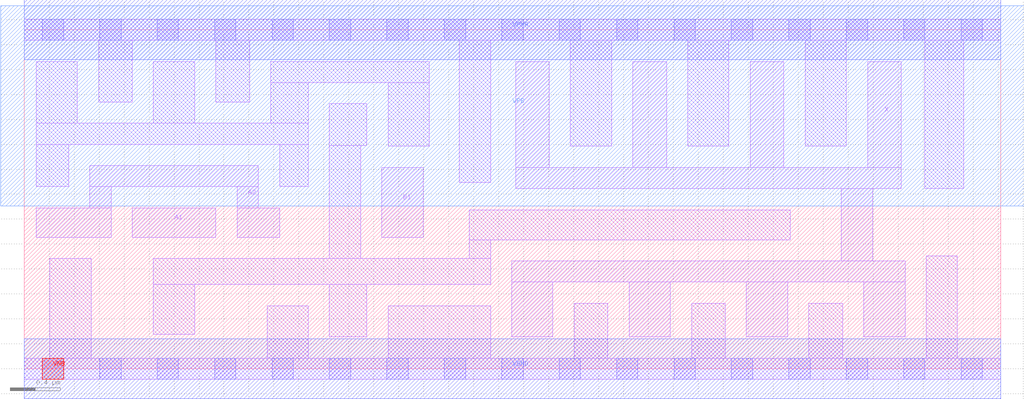
<source format=lef>
# Copyright 2020 The SkyWater PDK Authors
#
# Licensed under the Apache License, Version 2.0 (the "License");
# you may not use this file except in compliance with the License.
# You may obtain a copy of the License at
#
#     https://www.apache.org/licenses/LICENSE-2.0
#
# Unless required by applicable law or agreed to in writing, software
# distributed under the License is distributed on an "AS IS" BASIS,
# WITHOUT WARRANTIES OR CONDITIONS OF ANY KIND, either express or implied.
# See the License for the specific language governing permissions and
# limitations under the License.
#
# SPDX-License-Identifier: Apache-2.0

VERSION 5.7 ;
  NOWIREEXTENSIONATPIN ON ;
  DIVIDERCHAR "/" ;
  BUSBITCHARS "[]" ;
PROPERTYDEFINITIONS
  MACRO maskLayoutSubType STRING ;
  MACRO prCellType STRING ;
  MACRO originalViewName STRING ;
END PROPERTYDEFINITIONS
MACRO sky130_fd_sc_hdll__a21o_8
  CLASS CORE ;
  FOREIGN sky130_fd_sc_hdll__a21o_8 ;
  ORIGIN  0.000000  0.000000 ;
  SIZE  7.820000 BY  2.720000 ;
  SYMMETRY X Y R90 ;
  SITE unithd ;
  PIN A1
    ANTENNAGATEAREA  0.555000 ;
    DIRECTION INPUT ;
    USE SIGNAL ;
    PORT
      LAYER li1 ;
        RECT 0.865000 1.055000 1.535000 1.290000 ;
    END
  END A1
  PIN A2
    ANTENNAGATEAREA  0.555000 ;
    DIRECTION INPUT ;
    USE SIGNAL ;
    PORT
      LAYER li1 ;
        RECT 0.095000 1.055000 0.695000 1.290000 ;
        RECT 0.525000 1.290000 0.695000 1.460000 ;
        RECT 0.525000 1.460000 1.875000 1.630000 ;
        RECT 1.705000 1.055000 2.045000 1.290000 ;
        RECT 1.705000 1.290000 1.875000 1.460000 ;
    END
  END A2
  PIN B1
    ANTENNAGATEAREA  0.555000 ;
    DIRECTION INPUT ;
    USE SIGNAL ;
    PORT
      LAYER li1 ;
        RECT 2.865000 1.055000 3.195000 1.615000 ;
    END
  END B1
  PIN X
    ANTENNADIFFAREA  1.862000 ;
    DIRECTION OUTPUT ;
    USE SIGNAL ;
    PORT
      LAYER li1 ;
        RECT 3.905000 0.255000 4.235000 0.695000 ;
        RECT 3.905000 0.695000 7.055000 0.865000 ;
        RECT 3.935000 1.445000 7.025000 1.615000 ;
        RECT 3.935000 1.615000 4.205000 2.465000 ;
        RECT 4.845000 0.255000 5.175000 0.695000 ;
        RECT 4.875000 1.615000 5.145000 2.465000 ;
        RECT 5.785000 0.255000 6.115000 0.695000 ;
        RECT 5.815000 1.615000 6.085000 2.465000 ;
        RECT 6.545000 0.865000 6.795000 1.445000 ;
        RECT 6.725000 0.255000 7.055000 0.695000 ;
        RECT 6.755000 1.615000 7.025000 2.465000 ;
    END
  END X
  PIN VGND
    DIRECTION INOUT ;
    USE GROUND ;
    PORT
      LAYER met1 ;
        RECT 0.000000 -0.240000 7.820000 0.240000 ;
    END
  END VGND
  PIN VNB
    DIRECTION INOUT ;
    USE GROUND ;
    PORT
      LAYER pwell ;
        RECT 0.145000 -0.085000 0.315000 0.085000 ;
    END
  END VNB
  PIN VPB
    DIRECTION INOUT ;
    USE POWER ;
    PORT
      LAYER nwell ;
        RECT -0.190000 1.305000 8.010000 2.910000 ;
    END
  END VPB
  PIN VPWR
    DIRECTION INOUT ;
    USE POWER ;
    PORT
      LAYER met1 ;
        RECT 0.000000 2.480000 7.820000 2.960000 ;
    END
  END VPWR
  OBS
    LAYER li1 ;
      RECT 0.000000 -0.085000 7.820000 0.085000 ;
      RECT 0.000000  2.635000 7.820000 2.805000 ;
      RECT 0.095000  1.460000 0.355000 1.800000 ;
      RECT 0.095000  1.800000 2.275000 1.970000 ;
      RECT 0.095000  1.970000 0.425000 2.465000 ;
      RECT 0.205000  0.085000 0.535000 0.885000 ;
      RECT 0.595000  2.140000 0.865000 2.635000 ;
      RECT 1.035000  0.275000 1.365000 0.675000 ;
      RECT 1.035000  0.675000 3.735000 0.885000 ;
      RECT 1.035000  1.970000 1.365000 2.465000 ;
      RECT 1.535000  2.140000 1.805000 2.635000 ;
      RECT 1.945000  0.085000 2.275000 0.505000 ;
      RECT 1.975000  1.970000 2.275000 2.295000 ;
      RECT 1.975000  2.295000 3.245000 2.465000 ;
      RECT 2.045000  1.460000 2.275000 1.800000 ;
      RECT 2.445000  0.255000 2.745000 0.675000 ;
      RECT 2.445000  0.885000 2.695000 1.790000 ;
      RECT 2.445000  1.790000 2.745000 2.125000 ;
      RECT 2.915000  0.085000 3.735000 0.505000 ;
      RECT 2.915000  1.785000 3.245000 2.295000 ;
      RECT 3.485000  1.495000 3.735000 2.635000 ;
      RECT 3.565000  0.885000 3.735000 1.035000 ;
      RECT 3.565000  1.035000 6.135000 1.275000 ;
      RECT 4.375000  1.785000 4.705000 2.635000 ;
      RECT 4.405000  0.085000 4.675000 0.525000 ;
      RECT 5.315000  1.785000 5.645000 2.635000 ;
      RECT 5.345000  0.085000 5.615000 0.525000 ;
      RECT 6.255000  1.785000 6.585000 2.635000 ;
      RECT 6.285000  0.085000 6.555000 0.525000 ;
      RECT 7.215000  1.445000 7.525000 2.635000 ;
      RECT 7.225000  0.085000 7.475000 0.905000 ;
    LAYER mcon ;
      RECT 0.145000 -0.085000 0.315000 0.085000 ;
      RECT 0.145000  2.635000 0.315000 2.805000 ;
      RECT 0.605000 -0.085000 0.775000 0.085000 ;
      RECT 0.605000  2.635000 0.775000 2.805000 ;
      RECT 1.065000 -0.085000 1.235000 0.085000 ;
      RECT 1.065000  2.635000 1.235000 2.805000 ;
      RECT 1.525000 -0.085000 1.695000 0.085000 ;
      RECT 1.525000  2.635000 1.695000 2.805000 ;
      RECT 1.985000 -0.085000 2.155000 0.085000 ;
      RECT 1.985000  2.635000 2.155000 2.805000 ;
      RECT 2.445000 -0.085000 2.615000 0.085000 ;
      RECT 2.445000  2.635000 2.615000 2.805000 ;
      RECT 2.905000 -0.085000 3.075000 0.085000 ;
      RECT 2.905000  2.635000 3.075000 2.805000 ;
      RECT 3.365000 -0.085000 3.535000 0.085000 ;
      RECT 3.365000  2.635000 3.535000 2.805000 ;
      RECT 3.825000 -0.085000 3.995000 0.085000 ;
      RECT 3.825000  2.635000 3.995000 2.805000 ;
      RECT 4.285000 -0.085000 4.455000 0.085000 ;
      RECT 4.285000  2.635000 4.455000 2.805000 ;
      RECT 4.745000 -0.085000 4.915000 0.085000 ;
      RECT 4.745000  2.635000 4.915000 2.805000 ;
      RECT 5.205000 -0.085000 5.375000 0.085000 ;
      RECT 5.205000  2.635000 5.375000 2.805000 ;
      RECT 5.665000 -0.085000 5.835000 0.085000 ;
      RECT 5.665000  2.635000 5.835000 2.805000 ;
      RECT 6.125000 -0.085000 6.295000 0.085000 ;
      RECT 6.125000  2.635000 6.295000 2.805000 ;
      RECT 6.585000 -0.085000 6.755000 0.085000 ;
      RECT 6.585000  2.635000 6.755000 2.805000 ;
      RECT 7.045000 -0.085000 7.215000 0.085000 ;
      RECT 7.045000  2.635000 7.215000 2.805000 ;
      RECT 7.505000 -0.085000 7.675000 0.085000 ;
      RECT 7.505000  2.635000 7.675000 2.805000 ;
  END
  PROPERTY maskLayoutSubType "abstract" ;
  PROPERTY prCellType "standard" ;
  PROPERTY originalViewName "layout" ;
END sky130_fd_sc_hdll__a21o_8
END LIBRARY

</source>
